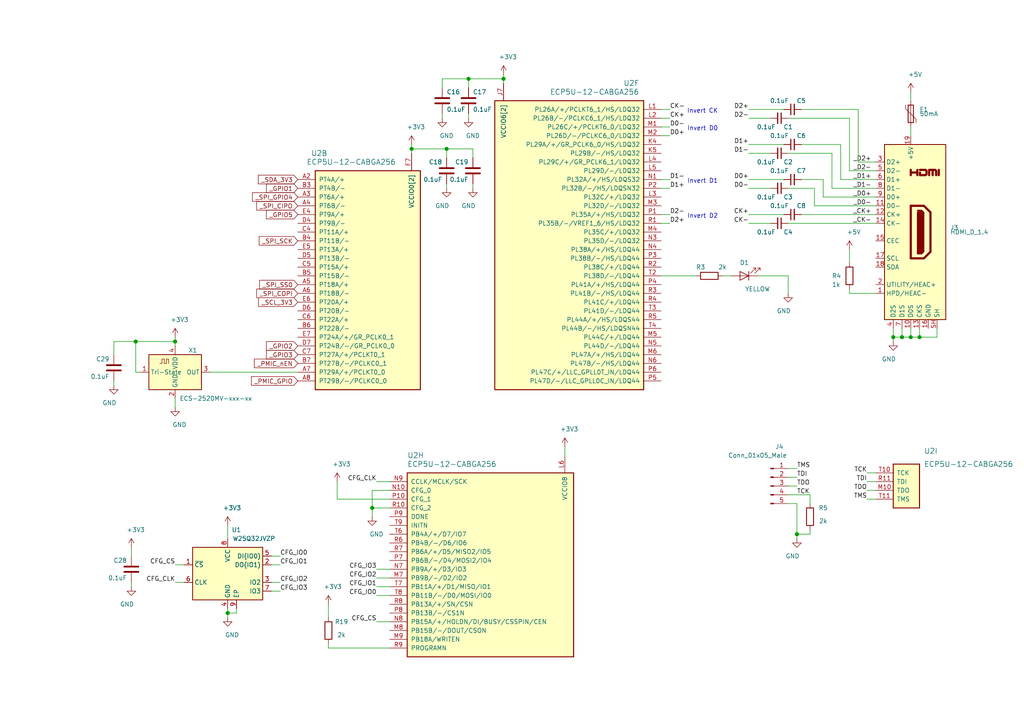
<source format=kicad_sch>
(kicad_sch (version 20201015) (generator eeschema)
  (page 1 4)
  (paper "A4")
  (title_block (title "Resonance") (date "2020-12-02") (rev "r1.0") (company "GsD : @gregdavill") (comment 1 "Digital video output addon from the card10"))
  (lib_symbols
    (symbol "Connector:Conn_01x05_Male" (pin_names (offset 1.016) hide)
      (property "Reference" "J" (at 0 7.62 0))
      (property "Value" "Conn_01x05_Male" (at 0 -7.62 0))
      (symbol "Conn_01x05_Male_1_1"
        (pin passive line (at 5.08 5.08 180) (length 3.81) (name "Pin_1") (number "1"))
        (pin passive line (at 5.08 2.54 180) (length 3.81) (name "Pin_2") (number "2"))
        (pin passive line (at 5.08 0 180) (length 3.81) (name "Pin_3") (number "3"))
        (pin passive line (at 5.08 -2.54 180) (length 3.81) (name "Pin_4") (number "4"))
        (pin passive line (at 5.08 -5.08 180) (length 3.81) (name "Pin_5") (number "5"))
      )
    )
    (symbol "Connector:HDMI_D_1.4"
      (property "Reference" "J" (at -6.35 26.67 0))
      (property "Value" "HDMI_D_1.4" (at 10.16 26.67 0))
      (symbol "HDMI_D_1.4_1_1"
        (pin passive line (at -10.16 -17.78 0) (length 2.54) (name "HPD/HEAC-") (number "1"))
        (pin power_in line (at 0 -27.94 90) (length 2.54) (name "D0S") (number "10"))
        (pin passive line (at -10.16 7.62 0) (length 2.54) (name "D0-") (number "11"))
        (pin passive line (at -10.16 5.08 0) (length 2.54) (name "CK+") (number "12"))
        (pin power_in line (at 2.54 -27.94 90) (length 2.54) (name "CKS") (number "13"))
        (pin passive line (at -10.16 2.54 0) (length 2.54) (name "CK-") (number "14"))
        (pin bidirectional line (at -10.16 -2.54 0) (length 2.54) (name "CEC") (number "15"))
        (pin power_in line (at 5.08 -27.94 90) (length 2.54) (name "GND") (number "16"))
        (pin passive line (at -10.16 -7.62 0) (length 2.54) (name "SCL") (number "17"))
        (pin bidirectional line (at -10.16 -10.16 0) (length 2.54) (name "SDA") (number "18"))
        (pin power_in line (at 0 27.94 270) (length 2.54) (name "+5V") (number "19"))
        (pin passive line (at -10.16 -15.24 0) (length 2.54) (name "UTILITY/HEAC+") (number "2"))
        (pin passive line (at -10.16 20.32 0) (length 2.54) (name "D2+") (number "3"))
        (pin power_in line (at -5.08 -27.94 90) (length 2.54) (name "D2S") (number "4"))
        (pin passive line (at -10.16 17.78 0) (length 2.54) (name "D2-") (number "5"))
        (pin passive line (at -10.16 15.24 0) (length 2.54) (name "D1+") (number "6"))
        (pin power_in line (at -2.54 -27.94 90) (length 2.54) (name "D1S") (number "7"))
        (pin passive line (at -10.16 12.7 0) (length 2.54) (name "D1-") (number "8"))
        (pin passive line (at -10.16 10.16 0) (length 2.54) (name "D0+") (number "9"))
        (pin passive line (at 7.62 -27.94 90) (length 2.54) (name "SH") (number "SH"))
      )
    )
    (symbol "Device:C" (pin_numbers hide) (pin_names (offset 0.254))
      (property "Reference" "C" (at 0.635 2.54 0))
      (property "Value" "C" (at 0.635 -2.54 0))
      (symbol "C_1_1"
        (pin passive line (at 0 3.81 270) (length 2.794) (name "~") (number "1"))
        (pin passive line (at 0 -3.81 90) (length 2.794) (name "~") (number "2"))
      )
    )
    (symbol "Device:C_Small" (pin_numbers hide) (pin_names (offset 0.254) hide)
      (property "Reference" "C" (at 0.254 1.778 0))
      (property "Value" "C_Small" (at 0.254 -2.032 0))
      (symbol "C_Small_1_1"
        (pin passive line (at 0 2.54 270) (length 2.032) (name "~") (number "1"))
        (pin passive line (at 0 -2.54 90) (length 2.032) (name "~") (number "2"))
      )
    )
    (symbol "Device:LED" (pin_numbers hide) (pin_names (offset 1.016) hide)
      (property "Reference" "D" (at 0 2.54 0))
      (property "Value" "LED" (at 0 -2.54 0))
      (symbol "LED_1_1"
        (pin passive line (at -3.81 0 0) (length 2.54) (name "K") (number "1"))
        (pin passive line (at 3.81 0 180) (length 2.54) (name "A") (number "2"))
      )
    )
    (symbol "Device:Polyfuse" (pin_numbers hide) (pin_names (offset 0))
      (property "Reference" "F" (at -2.54 0 90))
      (property "Value" "Polyfuse" (at 2.54 0 90))
      (symbol "Polyfuse_1_1"
        (pin passive line (at 0 3.81 270) (length 1.27) (name "~") (number "1"))
        (pin passive line (at 0 -3.81 90) (length 1.27) (name "~") (number "2"))
      )
    )
    (symbol "Device:R" (pin_numbers hide) (pin_names (offset 0))
      (property "Reference" "R" (at 2.032 0 90))
      (property "Value" "R" (at 0 0 90))
      (symbol "R_1_1"
        (pin passive line (at 0 3.81 270) (length 1.27) (name "~") (number "1"))
        (pin passive line (at 0 -3.81 90) (length 1.27) (name "~") (number "2"))
      )
    )
    (symbol "Memory_Flash:W25Q32JVZP"
      (property "Reference" "U" (at -8.89 8.89 0))
      (property "Value" "W25Q32JVZP" (at 7.62 8.89 0))
      (symbol "W25Q32JVZP_1_1"
        (pin input line (at -12.7 2.54 0) (length 2.54) (name "~CS") (number "1"))
        (pin bidirectional line (at 12.7 2.54 180) (length 2.54) (name "DO(IO1)") (number "2"))
        (pin bidirectional line (at 12.7 -2.54 180) (length 2.54) (name "IO2") (number "3"))
        (pin power_in line (at 0 -10.16 90) (length 2.54) (name "GND") (number "4"))
        (pin bidirectional line (at 12.7 5.08 180) (length 2.54) (name "DI(IO0)") (number "5"))
        (pin input line (at -12.7 -2.54 0) (length 2.54) (name "CLK") (number "6"))
        (pin bidirectional line (at 12.7 -5.08 180) (length 2.54) (name "IO3") (number "7"))
        (pin power_in line (at 0 10.16 270) (length 2.54) (name "VCC") (number "8"))
        (pin passive line (at 2.54 -10.16 90) (length 2.54) (name "EP") (number "9"))
      )
    )
    (symbol "Oscillator:ECS-2520MV-xxx-xx"
      (property "Reference" "X" (at -5.08 6.35 0))
      (property "Value" "ECS-2520MV-xxx-xx" (at 1.27 -6.35 0))
      (symbol "ECS-2520MV-xxx-xx_1_1"
        (pin input line (at -10.16 0 0) (length 2.54) (name "Tri-State") (number "1"))
        (pin power_in line (at 0 -7.62 90) (length 2.54) (name "GND") (number "2"))
        (pin output line (at 10.16 0 180) (length 2.54) (name "OUT") (number "3"))
        (pin power_in line (at 0 7.62 270) (length 2.54) (name "VDD") (number "4"))
      )
    )
    (symbol "gsd-kicad:ECP5U-12-CABGA256" (pin_names (offset 1.016))
      (property "Reference" "U" (at 3.81 6.35 0))
      (property "Value" "ECP5U-12-CABGA256" (at 3.81 3.81 0))
      (symbol "ECP5U-12-CABGA256_1_1"
        (pin power_in line (at 7.62 -15.24 90) (length 5.08) (name "GND[27]") (number "A16"))
        (pin power_in line (at 7.62 -15.24 90) (length 5.08) (name "GND[27]") (number "H16"))
        (pin power_in line (at 7.62 -15.24 90) (length 5.08) (name "GND[27]") (number "T16"))
        (pin power_in line (at 7.62 -15.24 90) (length 5.08) (name "GND[27]") (number "D15"))
        (pin power_in line (at 7.62 -15.24 90) (length 5.08) (name "GND[27]") (number "N15"))
        (pin power_in line (at 7.62 -15.24 90) (length 5.08) (name "GND[27]") (number "T12"))
        (pin power_in line (at 7.62 -15.24 90) (length 5.08) (name "GND[27]") (number "G10"))
        (pin power_in line (at 7.62 -15.24 90) (length 5.08) (name "GND[27]") (number "H10"))
        (pin power_in line (at 7.62 -15.24 90) (length 5.08) (name "GND[27]") (number "J10"))
        (pin power_in line (at 7.62 -15.24 90) (length 5.08) (name "GND[27]") (number "K10"))
        (pin power_in line (at 7.62 -15.24 90) (length 5.08) (name "GND[27]") (number "F9"))
        (pin power_in line (at 7.62 -15.24 90) (length 5.08) (name "GND[27]") (number "H9"))
        (pin power_in line (at 7.62 -15.24 90) (length 5.08) (name "GND[27]") (number "J9"))
        (pin power_in line (at 7.62 -15.24 90) (length 5.08) (name "GND[27]") (number "K9"))
        (pin power_in line (at 7.62 -15.24 90) (length 5.08) (name "GND[27]") (number "F8"))
        (pin power_in line (at 7.62 -15.24 90) (length 5.08) (name "GND[27]") (number "G8"))
        (pin power_in line (at 7.62 -15.24 90) (length 5.08) (name "GND[27]") (number "H8"))
        (pin power_in line (at 7.62 -15.24 90) (length 5.08) (name "GND[27]") (number "J8"))
        (pin power_in line (at 7.62 -15.24 90) (length 5.08) (name "GND[27]") (number "K8"))
        (pin power_in line (at 7.62 -15.24 90) (length 5.08) (name "GND[27]") (number "K7"))
        (pin power_in line (at 7.62 -15.24 90) (length 5.08) (name "GND[27]") (number "K6"))
        (pin power_in line (at 7.62 -15.24 90) (length 5.08) (name "GND[27]") (number "T5"))
        (pin power_in line (at 7.62 -15.24 90) (length 5.08) (name "GND[27]") (number "D2"))
        (pin power_in line (at 7.62 -15.24 90) (length 5.08) (name "GND[27]") (number "N2"))
        (pin power_in line (at 7.62 -15.24 90) (length 5.08) (name "GND[27]") (number "A1"))
        (pin power_in line (at 7.62 -15.24 90) (length 5.08) (name "GND[27]") (number "H1"))
        (pin power_in line (at 7.62 -15.24 90) (length 5.08) (name "GND[27]") (number "T1"))
        (pin power_in line (at 10.16 22.86 270) (length 5.08) (name "VCC[6]") (number "L10"))
        (pin power_in line (at 10.16 22.86 270) (length 5.08) (name "VCC[6]") (number "G9"))
        (pin power_in line (at 10.16 22.86 270) (length 5.08) (name "VCC[6]") (number "L9"))
        (pin power_in line (at 10.16 22.86 270) (length 5.08) (name "VCC[6]") (number "L8"))
        (pin power_in line (at 10.16 22.86 270) (length 5.08) (name "VCC[6]") (number "G7"))
        (pin power_in line (at 10.16 22.86 270) (length 5.08) (name "VCC[6]") (number "G6"))
        (pin power_in line (at 7.62 22.86 270) (length 5.08) (name "VCCAUX[2]") (number "G11"))
        (pin power_in line (at 7.62 22.86 270) (length 5.08) (name "VCCAUX[2]") (number "L7"))
      )
      (symbol "ECP5U-12-CABGA256_2_1"
        (pin bidirectional line (at 0 0 0) (length 5.08) (name "PT4A/+") (number "A2"))
        (pin bidirectional line (at 0 -2.54 0) (length 5.08) (name "PT4B/-") (number "B3"))
        (pin bidirectional line (at 0 -5.08 0) (length 5.08) (name "PT6A/+") (number "A3"))
        (pin bidirectional line (at 0 -7.62 0) (length 5.08) (name "PT6B/-") (number "A4"))
        (pin bidirectional line (at 0 -10.16 0) (length 5.08) (name "PT9A/+") (number "E4"))
        (pin bidirectional line (at 0 -12.7 0) (length 5.08) (name "PT9B/-") (number "D4"))
        (pin bidirectional line (at 0 -15.24 0) (length 5.08) (name "PT11A/+") (number "C4"))
        (pin bidirectional line (at 0 -17.78 0) (length 5.08) (name "PT11B/-") (number "B4"))
        (pin bidirectional line (at 0 -20.32 0) (length 5.08) (name "PT13A/+") (number "E5"))
        (pin bidirectional line (at 0 -22.86 0) (length 5.08) (name "PT13B/-") (number "D5"))
        (pin bidirectional line (at 0 -25.4 0) (length 5.08) (name "PT15A/+") (number "C5"))
        (pin bidirectional line (at 0 -27.94 0) (length 5.08) (name "PT15B/-") (number "B5"))
        (pin bidirectional line (at 0 -30.48 0) (length 5.08) (name "PT18A/+") (number "A5"))
        (pin bidirectional line (at 0 -33.02 0) (length 5.08) (name "PT18B/-") (number "A6"))
        (pin bidirectional line (at 0 -35.56 0) (length 5.08) (name "PT20A/+") (number "E6"))
        (pin bidirectional line (at 0 -38.1 0) (length 5.08) (name "PT20B/-") (number "D6"))
        (pin bidirectional line (at 0 -40.64 0) (length 5.08) (name "PT22A/+") (number "C6"))
        (pin bidirectional line (at 0 -43.18 0) (length 5.08) (name "PT22B/-") (number "B6"))
        (pin bidirectional line (at 0 -45.72 0) (length 5.08) (name "PT24A/+/GR_PCLK0_1") (number "E7"))
        (pin bidirectional line (at 0 -48.26 0) (length 5.08) (name "PT24B/-/GR_PCLK0_0") (number "D7"))
        (pin bidirectional line (at 0 -50.8 0) (length 5.08) (name "PT27A/+/PCLKT0_1") (number "C7"))
        (pin bidirectional line (at 0 -53.34 0) (length 5.08) (name "PT27B/-/PCLKC0_1") (number "B7"))
        (pin bidirectional line (at 0 -55.88 0) (length 5.08) (name "PT29A/+/PCLKT0_0") (number "A7"))
        (pin bidirectional line (at 0 -58.42 0) (length 5.08) (name "PT29B/-/PCLKC0_0") (number "A8"))
        (pin power_in line (at 33.02 7.62 270) (length 5.08) (name "VCCIO0[2]") (number "F7"))
        (pin power_in line (at 33.02 7.62 270) (length 5.08) (name "VCCIO0[2]") (number "F6"))
      )
      (symbol "ECP5U-12-CABGA256_3_1"
        (pin bidirectional line (at 0 0 0) (length 5.08) (name "PT33A/+/PCLKT1_1") (number "E8"))
        (pin bidirectional line (at 0 -2.54 0) (length 5.08) (name "PT33B/-/PCLKC1_1") (number "D8"))
        (pin bidirectional line (at 0 -5.08 0) (length 5.08) (name "PT35A/+/PCLKT1_0") (number "C8"))
        (pin bidirectional line (at 0 -7.62 0) (length 5.08) (name "PT35B/-/PCLKC1_0") (number "B8"))
        (pin bidirectional line (at 0 -10.16 0) (length 5.08) (name "PT38A/+/GR_PCLK1_0") (number "B9"))
        (pin bidirectional line (at 0 -12.7 0) (length 5.08) (name "PT38B/-/GR_PCLK1_1") (number "C9"))
        (pin bidirectional line (at 0 -15.24 0) (length 5.08) (name "PT40A/+") (number "D9"))
        (pin bidirectional line (at 0 -17.78 0) (length 5.08) (name "PT40B/-") (number "E9"))
        (pin bidirectional line (at 0 -20.32 0) (length 5.08) (name "PT42A/+") (number "A9"))
        (pin bidirectional line (at 0 -22.86 0) (length 5.08) (name "PT42B/-") (number "A10"))
        (pin bidirectional line (at 0 -25.4 0) (length 5.08) (name "PT44A/+") (number "B10"))
        (pin bidirectional line (at 0 -27.94 0) (length 5.08) (name "PT44B/-") (number "C10"))
        (pin bidirectional line (at 0 -30.48 0) (length 5.08) (name "PT47A/+") (number "D10"))
        (pin bidirectional line (at 0 -33.02 0) (length 5.08) (name "PT47B/-") (number "E10"))
        (pin bidirectional line (at 0 -35.56 0) (length 5.08) (name "PT49A/+") (number "B11"))
        (pin bidirectional line (at 0 -38.1 0) (length 5.08) (name "PT49B/-") (number "C11"))
        (pin bidirectional line (at 0 -40.64 0) (length 5.08) (name "PT51A/+") (number "D11"))
        (pin bidirectional line (at 0 -43.18 0) (length 5.08) (name "PT51B/-") (number "E11"))
        (pin bidirectional line (at 0 -45.72 0) (length 5.08) (name "PT53A/+") (number "A11"))
        (pin bidirectional line (at 0 -48.26 0) (length 5.08) (name "PT53B/-") (number "A12"))
        (pin bidirectional line (at 0 -50.8 0) (length 5.08) (name "PT56A/+") (number "B12"))
        (pin bidirectional line (at 0 -53.34 0) (length 5.08) (name "PT56B/-") (number "C12"))
        (pin bidirectional line (at 0 -55.88 0) (length 5.08) (name "PT58A/+") (number "D12"))
        (pin bidirectional line (at 0 -58.42 0) (length 5.08) (name "PT58B/-") (number "E12"))
        (pin bidirectional line (at 0 -60.96 0) (length 5.08) (name "PT60A/+") (number "B13"))
        (pin bidirectional line (at 0 -63.5 0) (length 5.08) (name "PT60B/-") (number "C13"))
        (pin bidirectional line (at 0 -66.04 0) (length 5.08) (name "PT62A/+") (number "D13"))
        (pin bidirectional line (at 0 -68.58 0) (length 5.08) (name "PT62B/-") (number "E13"))
        (pin bidirectional line (at 0 -71.12 0) (length 5.08) (name "PT65A/+") (number "A13"))
        (pin bidirectional line (at 0 -73.66 0) (length 5.08) (name "PT65B/-") (number "A14"))
        (pin bidirectional line (at 0 -76.2 0) (length 5.08) (name "PT67A/+") (number "B14"))
        (pin bidirectional line (at 0 -78.74 0) (length 5.08) (name "PT67B/-") (number "A15"))
        (pin power_in line (at 33.02 7.62 270) (length 5.08) (name "VCCIO1[2]") (number "F11"))
        (pin power_in line (at 33.02 7.62 270) (length 5.08) (name "VCCIO1[2]") (number "F10"))
      )
      (symbol "ECP5U-12-CABGA256_4_1"
        (pin bidirectional line (at 0 0 0) (length 5.08) (name "PR2A/+/HS/RDQ8") (number "B16"))
        (pin bidirectional line (at 0 -2.54 0) (length 5.08) (name "PR2B/-/S0_IN/HS/RDQ8") (number "B15"))
        (pin bidirectional line (at 0 -5.08 0) (length 5.08) (name "PR2C/+/RDQ8") (number "C14"))
        (pin bidirectional line (at 0 -7.62 0) (length 5.08) (name "PR2D/-/RDQ8") (number "D14"))
        (pin bidirectional line (at 0 -10.16 0) (length 5.08) (name "PR5A/+/HS/RDQ8") (number "C16"))
        (pin bidirectional line (at 0 -12.7 0) (length 5.08) (name "PR5B/-/HS/RDQ8") (number "C15"))
        (pin bidirectional line (at 0 -15.24 0) (length 5.08) (name "PR5C/+/RDQ8") (number "E14"))
        (pin bidirectional line (at 0 -17.78 0) (length 5.08) (name "PR5D/-/RDQ8") (number "F14"))
        (pin bidirectional line (at 0 -20.32 0) (length 5.08) (name "PR8A/+/HS/RDQS8") (number "D16"))
        (pin bidirectional line (at 0 -22.86 0) (length 5.08) (name "PR8B/-/HS/RDQSN8") (number "E15"))
        (pin bidirectional line (at 0 -25.4 0) (length 5.08) (name "PR8C/+/RDQ8") (number "F13"))
        (pin bidirectional line (at 0 -27.94 0) (length 5.08) (name "PR8D/-/RDQ8") (number "F12"))
        (pin bidirectional line (at 0 -30.48 0) (length 5.08) (name "PR11A/+/HS/RDQ8") (number "G12"))
        (pin bidirectional line (at 0 -33.02 0) (length 5.08) (name "PR11B/-/HS/RDQ8") (number "G13"))
        (pin bidirectional line (at 0 -35.56 0) (length 5.08) (name "PR11C/+/RDQ8") (number "F15"))
        (pin bidirectional line (at 0 -38.1 0) (length 5.08) (name "PR11D/-/RDQ8") (number "E16"))
        (pin bidirectional line (at 0 -40.64 0) (length 5.08) (name "PR14A/+/HS/RDQ20") (number "F16"))
        (pin bidirectional line (at 0 -43.18 0) (length 5.08) (name "PR14B/-/HS/RDQ20") (number "G15"))
        (pin bidirectional line (at 0 -45.72 0) (length 5.08) (name "PR14C/+/VREF1_2/RDQ20") (number "G14"))
        (pin bidirectional line (at 0 -48.26 0) (length 5.08) (name "PR14D/-/RDQ20") (number "H14"))
        (pin bidirectional line (at 0 -50.8 0) (length 5.08) (name "PR17A/+/HS/RDQ20") (number "H12"))
        (pin bidirectional line (at 0 -53.34 0) (length 5.08) (name "PR17B/-/HS/RDQ20") (number "H13"))
        (pin bidirectional line (at 0 -55.88 0) (length 5.08) (name "PR17C/+/RDQ20") (number "J13"))
        (pin bidirectional line (at 0 -58.42 0) (length 5.08) (name "PR17D/-/RDQ20") (number "J12"))
        (pin bidirectional line (at 0 -60.96 0) (length 5.08) (name "PR20A/+/GR_PCLK2_1/HS/RDQS20") (number "G16"))
        (pin bidirectional line (at 0 -63.5 0) (length 5.08) (name "PR20B/-/HS/RDQSN20") (number "H15"))
        (pin bidirectional line (at 0 -66.04 0) (length 5.08) (name "PR20C/+/GR_PCLK2_0/RDQ20") (number "J14"))
        (pin bidirectional line (at 0 -68.58 0) (length 5.08) (name "PR20D/-/RDQ20") (number "K14"))
        (pin bidirectional line (at 0 -71.12 0) (length 5.08) (name "PR23A/+/PCLKT2_1/HS/RDQ20") (number "J16"))
        (pin bidirectional line (at 0 -73.66 0) (length 5.08) (name "PR23B/-/PCLKC2_1/HS/RDQ20") (number "J15"))
        (pin bidirectional line (at 0 -76.2 0) (length 5.08) (name "PR23C/+/PCLKT2_0/RDQ20") (number "K16"))
        (pin bidirectional line (at 0 -78.74 0) (length 5.08) (name "PR23D/-/PCLKC2_0/RDQ20") (number "K15"))
        (pin power_in line (at 45.72 7.62 270) (length 5.08) (name "VCCIO2[2]") (number "H11"))
        (pin power_in line (at 45.72 7.62 270) (length 5.08) (name "VCCIO2[2]") (number "J11"))
      )
      (symbol "ECP5U-12-CABGA256_5_1"
        (pin bidirectional line (at 0 0 0) (length 5.08) (name "PR26A/+/PCLKT3_1/HS/RDQ32") (number "L16"))
        (pin bidirectional line (at 0 -2.54 0) (length 5.08) (name "PR26B/-/PCLKC3_1/HS/RDQ32") (number "L15"))
        (pin bidirectional line (at 0 -5.08 0) (length 5.08) (name "PR26C/+/PCLKT3_0/RDQ32") (number "M16"))
        (pin bidirectional line (at 0 -7.62 0) (length 5.08) (name "PR26D/-/PCLKC3_0/RDQ32") (number "M15"))
        (pin bidirectional line (at 0 -10.16 0) (length 5.08) (name "PR29A/+/GR_PCLK3_0/HS/RDQ32") (number "K13"))
        (pin bidirectional line (at 0 -12.7 0) (length 5.08) (name "PR29B/-/HS/RDQ32") (number "K12"))
        (pin bidirectional line (at 0 -15.24 0) (length 5.08) (name "PR29C/+/GR_PCLK3_1/RDQ32") (number "L13"))
        (pin bidirectional line (at 0 -17.78 0) (length 5.08) (name "PR29D/-/RDQ32") (number "L12"))
        (pin bidirectional line (at 0 -20.32 0) (length 5.08) (name "PR32A/+/HS/RDQS32") (number "N16"))
        (pin bidirectional line (at 0 -22.86 0) (length 5.08) (name "PR32B/-/HS/RDQSN32") (number "P15"))
        (pin bidirectional line (at 0 -25.4 0) (length 5.08) (name "PR32C/+/RDQ32") (number "L14"))
        (pin bidirectional line (at 0 -27.94 0) (length 5.08) (name "PR32D/-/RDQ32") (number "M14"))
        (pin bidirectional line (at 0 -30.48 0) (length 5.08) (name "PR35A/+/HS/RDQ32") (number "P16"))
        (pin bidirectional line (at 0 -33.02 0) (length 5.08) (name "PR35B/-/VREF1_3/HS/RDQ32") (number "R16"))
        (pin bidirectional line (at 0 -35.56 0) (length 5.08) (name "PR35C/+/RDQ32") (number "M13"))
        (pin bidirectional line (at 0 -38.1 0) (length 5.08) (name "PR35D/-/RDQ32") (number "N14"))
        (pin bidirectional line (at 0 -40.64 0) (length 5.08) (name "PR38A/+/HS/RDQ44") (number "N13"))
        (pin bidirectional line (at 0 -43.18 0) (length 5.08) (name "PR38B/-/HS/RDQ44") (number "P14"))
        (pin bidirectional line (at 0 -45.72 0) (length 5.08) (name "PR38C/+/RDQ44") (number "R15"))
        (pin bidirectional line (at 0 -48.26 0) (length 5.08) (name "PR38D/-/RDQ44") (number "T15"))
        (pin bidirectional line (at 0 -50.8 0) (length 5.08) (name "PR41A/+/HS/RDQ44") (number "P13"))
        (pin bidirectional line (at 0 -53.34 0) (length 5.08) (name "PR41B/-/HS/RDQ44") (number "R14"))
        (pin bidirectional line (at 0 -55.88 0) (length 5.08) (name "PR41C/+/RDQ44") (number "R13"))
        (pin bidirectional line (at 0 -58.42 0) (length 5.08) (name "PR41D/-/RDQ44") (number "T14"))
        (pin bidirectional line (at 0 -60.96 0) (length 5.08) (name "PR44A/+/HS/RDQS44") (number "R12"))
        (pin bidirectional line (at 0 -63.5 0) (length 5.08) (name "PR44B/-/HS/RDQSN44") (number "T13"))
        (pin bidirectional line (at 0 -66.04 0) (length 5.08) (name "PR44C/+/RDQ44") (number "M12"))
        (pin bidirectional line (at 0 -68.58 0) (length 5.08) (name "PR44D/-/RDQ44") (number "N12"))
        (pin bidirectional line (at 0 -71.12 0) (length 5.08) (name "PR47A/+/HS/RDQ44") (number "M11"))
        (pin bidirectional line (at 0 -73.66 0) (length 5.08) (name "PR47B/-/HS/RDQ44") (number "N11"))
        (pin bidirectional line (at 0 -76.2 0) (length 5.08) (name "PR47C/+/LRC_GPLL0T_IN/RDQ44") (number "P11"))
        (pin bidirectional line (at 0 -78.74 0) (length 5.08) (name "PR47D/-/LRC_GPLL0C_IN/RDQ44") (number "P12"))
        (pin power_in line (at 45.72 7.62 270) (length 5.08) (name "VCCIO3[2]") (number "K11"))
        (pin power_in line (at 45.72 7.62 270) (length 5.08) (name "VCCIO3[2]") (number "L11"))
      )
      (symbol "ECP5U-12-CABGA256_6_1"
        (pin bidirectional line (at 0 0 0) (length 5.08) (name "PL26A/+/PCLKT6_1/HS/LDQ32") (number "L1"))
        (pin bidirectional line (at 0 -2.54 0) (length 5.08) (name "PL26B/-/PCLKC6_1/HS/LDQ32") (number "L2"))
        (pin bidirectional line (at 0 -5.08 0) (length 5.08) (name "PL26C/+/PCLKT6_0/LDQ32") (number "M1"))
        (pin bidirectional line (at 0 -7.62 0) (length 5.08) (name "PL26D/-/PCLKC6_0/LDQ32") (number "M2"))
        (pin bidirectional line (at 0 -10.16 0) (length 5.08) (name "PL29A/+/GR_PCLK6_0/HS/LDQ32") (number "K4"))
        (pin bidirectional line (at 0 -12.7 0) (length 5.08) (name "PL29B/-/HS/LDQ32") (number "K5"))
        (pin bidirectional line (at 0 -15.24 0) (length 5.08) (name "PL29C/+/GR_PCLK6_1/LDQ32") (number "L4"))
        (pin bidirectional line (at 0 -17.78 0) (length 5.08) (name "PL29D/-/LDQ32") (number "L5"))
        (pin bidirectional line (at 0 -20.32 0) (length 5.08) (name "PL32A/+/HS/LDQS32") (number "N1"))
        (pin bidirectional line (at 0 -22.86 0) (length 5.08) (name "PL32B/-/HS/LDQSN32") (number "P2"))
        (pin bidirectional line (at 0 -25.4 0) (length 5.08) (name "PL32C/+/LDQ32") (number "L3"))
        (pin bidirectional line (at 0 -27.94 0) (length 5.08) (name "PL32D/-/LDQ32") (number "M3"))
        (pin bidirectional line (at 0 -30.48 0) (length 5.08) (name "PL35A/+/HS/LDQ32") (number "P1"))
        (pin bidirectional line (at 0 -33.02 0) (length 5.08) (name "PL35B/-/VREF1_6/HS/LDQ32") (number "R1"))
        (pin bidirectional line (at 0 -35.56 0) (length 5.08) (name "PL35C/+/LDQ32") (number "M4"))
        (pin bidirectional line (at 0 -38.1 0) (length 5.08) (name "PL35D/-/LDQ32") (number "N3"))
        (pin bidirectional line (at 0 -40.64 0) (length 5.08) (name "PL38A/+/HS/LDQ44") (number "N4"))
        (pin bidirectional line (at 0 -43.18 0) (length 5.08) (name "PL38B/-/HS/LDQ44") (number "P3"))
        (pin bidirectional line (at 0 -45.72 0) (length 5.08) (name "PL38C/+/LDQ44") (number "R2"))
        (pin bidirectional line (at 0 -48.26 0) (length 5.08) (name "PL38D/-/LDQ44") (number "T2"))
        (pin bidirectional line (at 0 -50.8 0) (length 5.08) (name "PL41A/+/HS/LDQ44") (number "P4"))
        (pin bidirectional line (at 0 -53.34 0) (length 5.08) (name "PL41B/-/HS/LDQ44") (number "R3"))
        (pin bidirectional line (at 0 -55.88 0) (length 5.08) (name "PL41C/+/LDQ44") (number "R4"))
        (pin bidirectional line (at 0 -58.42 0) (length 5.08) (name "PL41D/-/LDQ44") (number "T3"))
        (pin bidirectional line (at 0 -60.96 0) (length 5.08) (name "PL44A/+/HS/LDQS44") (number "R5"))
        (pin bidirectional line (at 0 -63.5 0) (length 5.08) (name "PL44B/-/HS/LDQSN44") (number "T4"))
        (pin bidirectional line (at 0 -66.04 0) (length 5.08) (name "PL44C/+/LDQ44") (number "M5"))
        (pin bidirectional line (at 0 -68.58 0) (length 5.08) (name "PL44D/-/LDQ44") (number "N5"))
        (pin bidirectional line (at 0 -71.12 0) (length 5.08) (name "PL47A/+/HS/LDQ44") (number "M6"))
        (pin bidirectional line (at 0 -73.66 0) (length 5.08) (name "PL47B/-/HS/LDQ44") (number "N6"))
        (pin bidirectional line (at 0 -76.2 0) (length 5.08) (name "PL47C/+/LLC_GPLL0T_IN/LDQ44") (number "P6"))
        (pin bidirectional line (at 0 -78.74 0) (length 5.08) (name "PL47D/-/LLC_GPLL0C_IN/LDQ44") (number "P5"))
        (pin power_in line (at 45.72 7.62 270) (length 5.08) (name "VCCIO6[2]") (number "J7"))
        (pin power_in line (at 45.72 7.62 270) (length 5.08) (name "VCCIO6[2]") (number "J6"))
      )
      (symbol "ECP5U-12-CABGA256_7_1"
        (pin bidirectional line (at 0 0 0) (length 5.08) (name "PL2A/+/HS/LDQ8") (number "B1"))
        (pin bidirectional line (at 0 -2.54 0) (length 5.08) (name "PL2B/-/HS/LDQ8") (number "B2"))
        (pin bidirectional line (at 0 -5.08 0) (length 5.08) (name "PL2C/+/LDQ8") (number "C3"))
        (pin bidirectional line (at 0 -7.62 0) (length 5.08) (name "PL2D/-/LDQ8") (number "D3"))
        (pin bidirectional line (at 0 -10.16 0) (length 5.08) (name "PL5A/+/HS/LDQ8") (number "C1"))
        (pin bidirectional line (at 0 -12.7 0) (length 5.08) (name "PL5B/-/HS/LDQ8") (number "C2"))
        (pin bidirectional line (at 0 -15.24 0) (length 5.08) (name "PL5C/+/LDQ8") (number "E3"))
        (pin bidirectional line (at 0 -17.78 0) (length 5.08) (name "PL5D/-/LDQ8") (number "F3"))
        (pin bidirectional line (at 0 -20.32 0) (length 5.08) (name "PL8A/+/HS/LDQS8") (number "D1"))
        (pin bidirectional line (at 0 -22.86 0) (length 5.08) (name "PL8B/-/HS/LDQSN8") (number "E2"))
        (pin bidirectional line (at 0 -25.4 0) (length 5.08) (name "PL8C/+/LDQ8") (number "F4"))
        (pin bidirectional line (at 0 -27.94 0) (length 5.08) (name "PL8D/-/LDQ8") (number "F5"))
        (pin bidirectional line (at 0 -30.48 0) (length 5.08) (name "PL11A/+/HS/LDQ8") (number "G5"))
        (pin bidirectional line (at 0 -33.02 0) (length 5.08) (name "PL11B/-/HS/LDQ8") (number "G4"))
        (pin bidirectional line (at 0 -35.56 0) (length 5.08) (name "PL11C/+/LDQ8") (number "F2"))
        (pin bidirectional line (at 0 -38.1 0) (length 5.08) (name "PL11D/-/LDQ8") (number "E1"))
        (pin bidirectional line (at 0 -40.64 0) (length 5.08) (name "PL14A/+/HS/LDQ20") (number "F1"))
        (pin bidirectional line (at 0 -43.18 0) (length 5.08) (name "PL14B/-/HS/LDQ20") (number "G2"))
        (pin bidirectional line (at 0 -45.72 0) (length 5.08) (name "PL14C/+/VREF1_7/LDQ20") (number "G3"))
        (pin bidirectional line (at 0 -48.26 0) (length 5.08) (name "PL14D/-/LDQ20") (number "H3"))
        (pin bidirectional line (at 0 -50.8 0) (length 5.08) (name "PL17A/+/HS/LDQ20") (number "H5"))
        (pin bidirectional line (at 0 -53.34 0) (length 5.08) (name "PL17B/-/HS/LDQ20") (number "H4"))
        (pin bidirectional line (at 0 -55.88 0) (length 5.08) (name "PL17C/+/LDQ20") (number "J4"))
        (pin bidirectional line (at 0 -58.42 0) (length 5.08) (name "PL17D/-/LDQ20") (number "J5"))
        (pin bidirectional line (at 0 -60.96 0) (length 5.08) (name "PL20A/+/GR_PCLK7_1/HS/LDQS20") (number "G1"))
        (pin bidirectional line (at 0 -63.5 0) (length 5.08) (name "PL20B/-/HS/LDQSN20") (number "H2"))
        (pin bidirectional line (at 0 -66.04 0) (length 5.08) (name "PL20C/+/GR_PCLK7_0/LDQ20") (number "J3"))
        (pin bidirectional line (at 0 -68.58 0) (length 5.08) (name "PL20D/-/LDQ20") (number "K3"))
        (pin bidirectional line (at 0 -71.12 0) (length 5.08) (name "PL23A/+/PCLKT7_1/HS/LDQ20") (number "J1"))
        (pin bidirectional line (at 0 -73.66 0) (length 5.08) (name "PL23B/-/PCLKC7_1/HS/LDQ20") (number "J2"))
        (pin bidirectional line (at 0 -76.2 0) (length 5.08) (name "PL23C/+/PCLKT7_0/LDQ20") (number "K1"))
        (pin bidirectional line (at 0 -78.74 0) (length 5.08) (name "PL23D/-/PCLKC7_0/LDQ20") (number "K2"))
        (pin power_in line (at 45.72 7.62 270) (length 5.08) (name "VCCIO7[2]") (number "H7"))
        (pin power_in line (at 45.72 7.62 270) (length 5.08) (name "VCCIO7[2]") (number "H6"))
      )
      (symbol "ECP5U-12-CABGA256_8_1"
        (pin bidirectional line (at 0 0 0) (length 5.08) (name "CCLK/MCLK/SCK") (number "N9"))
        (pin bidirectional line (at 0 -2.54 0) (length 5.08) (name "CFG_0") (number "N10"))
        (pin bidirectional line (at 0 -5.08 0) (length 5.08) (name "CFG_1") (number "P10"))
        (pin bidirectional line (at 0 -7.62 0) (length 5.08) (name "CFG_2") (number "R10"))
        (pin bidirectional line (at 0 -10.16 0) (length 5.08) (name "DONE") (number "P9"))
        (pin bidirectional line (at 0 -12.7 0) (length 5.08) (name "INITN") (number "T9"))
        (pin bidirectional line (at 0 -15.24 0) (length 5.08) (name "PB4A/+/D7/IO7") (number "T6"))
        (pin bidirectional line (at 0 -17.78 0) (length 5.08) (name "PB4B/-/D6/IO6") (number "R6"))
        (pin bidirectional line (at 0 -20.32 0) (length 5.08) (name "PB6A/+/D5/MISO2/IO5") (number "R7"))
        (pin bidirectional line (at 0 -22.86 0) (length 5.08) (name "PB6B/-/D4/MOSI2/IO4") (number "P7"))
        (pin bidirectional line (at 0 -25.4 0) (length 5.08) (name "PB9A/+/D3/IO3") (number "N7"))
        (pin bidirectional line (at 0 -27.94 0) (length 5.08) (name "PB9B/-/D2/IO2") (number "M7"))
        (pin bidirectional line (at 0 -30.48 0) (length 5.08) (name "PB11A/+/D1/MISO/IO1") (number "T7"))
        (pin bidirectional line (at 0 -33.02 0) (length 5.08) (name "PB11B/-/D0/MOSI/IO0") (number "T8"))
        (pin bidirectional line (at 0 -35.56 0) (length 5.08) (name "PB13A/+/SN/CSN") (number "R8"))
        (pin bidirectional line (at 0 -38.1 0) (length 5.08) (name "PB13B/-/CS1N") (number "P8"))
        (pin bidirectional line (at 0 -40.64 0) (length 5.08) (name "PB15A/+/HOLDN/DI/BUSY/CSSPIN/CEN") (number "N8"))
        (pin bidirectional line (at 0 -43.18 0) (length 5.08) (name "PB15B/-/DOUT/CSON") (number "M8"))
        (pin bidirectional line (at 0 -45.72 0) (length 5.08) (name "PB18A/WRITEN") (number "M9"))
        (pin bidirectional line (at 0 -48.26 0) (length 5.08) (name "PROGRAMN") (number "R9"))
        (pin power_in line (at 50.8 7.62 270) (length 5.08) (name "VCCIO8") (number "L6"))
      )
      (symbol "ECP5U-12-CABGA256_9_1"
        (pin bidirectional line (at 0 0 0) (length 5.08) (name "TCK") (number "T10"))
        (pin bidirectional line (at 0 -2.54 0) (length 5.08) (name "TDI") (number "R11"))
        (pin bidirectional line (at 0 -5.08 0) (length 5.08) (name "TDO") (number "M10"))
        (pin bidirectional line (at 0 -7.62 0) (length 5.08) (name "TMS") (number "T11"))
      )
    )
    (symbol "power:+3V3" (power) (pin_names (offset 0))
      (property "Value" "+3V3" (at 0 3.556 0))
      (symbol "+3V3_1_1"
        (pin power_in line (at 0 0 90) (length 0) hide (name "+3V3") (number "1"))
      )
    )
    (symbol "power:+5V" (power) (pin_names (offset 0))
      (property "Value" "+5V" (at 0 3.556 0))
      (symbol "+5V_1_1"
        (pin power_in line (at 0 0 90) (length 0) hide (name "+5V") (number "1"))
      )
    )
    (symbol "power:GND" (power) (pin_names (offset 0))
      (property "Value" "GND" (at 0 -3.81 0))
      (symbol "GND_1_1"
        (pin power_in line (at 0 0 270) (length 0) hide (name "GND") (number "1"))
      )
    )
  )
  (junction (at 39.37 99.06) (diameter 1.016))
  (junction (at 50.8 99.06) (diameter 1.016))
  (junction (at 66.04 177.8) (diameter 1.016))
  (junction (at 107.95 147.32) (diameter 1.016))
  (junction (at 119.38 43.18) (diameter 1.016))
  (junction (at 129.54 43.18) (diameter 1.016))
  (junction (at 135.89 22.86) (diameter 1.016))
  (junction (at 146.05 22.86) (diameter 1.016))
  (junction (at 231.14 154.94) (diameter 1.016))
  (junction (at 259.08 97.79) (diameter 1.016))
  (junction (at 261.62 97.79) (diameter 1.016))
  (junction (at 264.16 97.79) (diameter 1.016))
  (junction (at 266.7 97.79) (diameter 1.016))
  (wire (pts (xy 33.02 99.06) (xy 33.02 102.87)))
  (wire (pts (xy 33.02 99.06) (xy 39.37 99.06)))
  (wire (pts (xy 33.02 110.49) (xy 33.02 111.76)))
  (wire (pts (xy 38.1 161.29) (xy 38.1 158.75)))
  (wire (pts (xy 38.1 168.91) (xy 38.1 170.18)))
  (wire (pts (xy 39.37 99.06) (xy 50.8 99.06)))
  (wire (pts (xy 39.37 107.95) (xy 39.37 99.06)))
  (wire (pts (xy 40.64 107.95) (xy 39.37 107.95)))
  (wire (pts (xy 50.8 97.79) (xy 50.8 99.06)))
  (wire (pts (xy 50.8 99.06) (xy 50.8 100.33)))
  (wire (pts (xy 50.8 115.57) (xy 50.8 118.11)))
  (wire (pts (xy 50.8 163.83) (xy 53.34 163.83)))
  (wire (pts (xy 50.8 168.91) (xy 53.34 168.91)))
  (wire (pts (xy 60.96 107.95) (xy 86.36 107.95)))
  (wire (pts (xy 66.04 152.4) (xy 66.04 156.21)))
  (wire (pts (xy 66.04 176.53) (xy 66.04 177.8)))
  (wire (pts (xy 66.04 177.8) (xy 66.04 179.07)))
  (wire (pts (xy 68.58 176.53) (xy 68.58 177.8)))
  (wire (pts (xy 68.58 177.8) (xy 66.04 177.8)))
  (wire (pts (xy 78.74 161.29) (xy 81.28 161.29)))
  (wire (pts (xy 78.74 163.83) (xy 81.28 163.83)))
  (wire (pts (xy 78.74 168.91) (xy 81.28 168.91)))
  (wire (pts (xy 78.74 171.45) (xy 81.28 171.45)))
  (wire (pts (xy 95.25 175.26) (xy 95.25 179.07)))
  (wire (pts (xy 95.25 187.96) (xy 95.25 186.69)))
  (wire (pts (xy 97.79 139.7) (xy 97.79 144.78)))
  (wire (pts (xy 107.95 142.24) (xy 107.95 147.32)))
  (wire (pts (xy 107.95 147.32) (xy 107.95 149.86)))
  (wire (pts (xy 107.95 147.32) (xy 113.03 147.32)))
  (wire (pts (xy 109.22 139.7) (xy 113.03 139.7)))
  (wire (pts (xy 109.22 165.1) (xy 113.03 165.1)))
  (wire (pts (xy 109.22 167.64) (xy 113.03 167.64)))
  (wire (pts (xy 109.22 170.18) (xy 113.03 170.18)))
  (wire (pts (xy 109.22 172.72) (xy 113.03 172.72)))
  (wire (pts (xy 109.22 180.34) (xy 113.03 180.34)))
  (wire (pts (xy 113.03 142.24) (xy 107.95 142.24)))
  (wire (pts (xy 113.03 144.78) (xy 97.79 144.78)))
  (wire (pts (xy 113.03 187.96) (xy 95.25 187.96)))
  (wire (pts (xy 119.38 41.91) (xy 119.38 43.18)))
  (wire (pts (xy 119.38 43.18) (xy 119.38 44.45)))
  (wire (pts (xy 128.27 22.86) (xy 135.89 22.86)))
  (wire (pts (xy 128.27 25.4) (xy 128.27 22.86)))
  (wire (pts (xy 128.27 33.02) (xy 128.27 34.29)))
  (wire (pts (xy 129.54 43.18) (xy 119.38 43.18)))
  (wire (pts (xy 129.54 45.72) (xy 129.54 43.18)))
  (wire (pts (xy 129.54 53.34) (xy 129.54 54.61)))
  (wire (pts (xy 135.89 22.86) (xy 146.05 22.86)))
  (wire (pts (xy 135.89 25.4) (xy 135.89 22.86)))
  (wire (pts (xy 135.89 33.02) (xy 135.89 34.29)))
  (wire (pts (xy 137.16 43.18) (xy 129.54 43.18)))
  (wire (pts (xy 137.16 45.72) (xy 137.16 43.18)))
  (wire (pts (xy 137.16 53.34) (xy 137.16 54.61)))
  (wire (pts (xy 146.05 21.59) (xy 146.05 22.86)))
  (wire (pts (xy 146.05 22.86) (xy 146.05 24.13)))
  (wire (pts (xy 163.83 129.54) (xy 163.83 132.08)))
  (wire (pts (xy 191.77 31.75) (xy 194.31 31.75)))
  (wire (pts (xy 191.77 34.29) (xy 194.31 34.29)))
  (wire (pts (xy 191.77 36.83) (xy 194.31 36.83)))
  (wire (pts (xy 191.77 39.37) (xy 194.31 39.37)))
  (wire (pts (xy 191.77 52.07) (xy 194.31 52.07)))
  (wire (pts (xy 191.77 54.61) (xy 194.31 54.61)))
  (wire (pts (xy 191.77 62.23) (xy 194.31 62.23)))
  (wire (pts (xy 191.77 64.77) (xy 194.31 64.77)))
  (wire (pts (xy 191.77 80.01) (xy 201.93 80.01)))
  (wire (pts (xy 209.55 80.01) (xy 212.09 80.01)))
  (wire (pts (xy 219.71 80.01) (xy 228.6 80.01)))
  (wire (pts (xy 223.52 34.29) (xy 217.17 34.29)))
  (wire (pts (xy 223.52 44.45) (xy 217.17 44.45)))
  (wire (pts (xy 223.52 54.61) (xy 217.17 54.61)))
  (wire (pts (xy 223.52 64.77) (xy 217.17 64.77)))
  (wire (pts (xy 227.33 31.75) (xy 217.17 31.75)))
  (wire (pts (xy 227.33 41.91) (xy 217.17 41.91)))
  (wire (pts (xy 227.33 52.07) (xy 217.17 52.07)))
  (wire (pts (xy 227.33 62.23) (xy 217.17 62.23)))
  (wire (pts (xy 228.6 34.29) (xy 246.38 34.29)))
  (wire (pts (xy 228.6 44.45) (xy 241.3 44.45)))
  (wire (pts (xy 228.6 54.61) (xy 236.22 54.61)))
  (wire (pts (xy 228.6 64.77) (xy 254 64.77)))
  (wire (pts (xy 228.6 80.01) (xy 228.6 85.09)))
  (wire (pts (xy 228.6 143.51) (xy 234.95 143.51)))
  (wire (pts (xy 228.6 146.05) (xy 231.14 146.05)))
  (wire (pts (xy 231.14 135.89) (xy 228.6 135.89)))
  (wire (pts (xy 231.14 138.43) (xy 228.6 138.43)))
  (wire (pts (xy 231.14 140.97) (xy 228.6 140.97)))
  (wire (pts (xy 231.14 146.05) (xy 231.14 154.94)))
  (wire (pts (xy 231.14 154.94) (xy 231.14 156.21)))
  (wire (pts (xy 231.14 154.94) (xy 234.95 154.94)))
  (wire (pts (xy 232.41 31.75) (xy 248.92 31.75)))
  (wire (pts (xy 232.41 41.91) (xy 243.84 41.91)))
  (wire (pts (xy 232.41 52.07) (xy 238.76 52.07)))
  (wire (pts (xy 232.41 62.23) (xy 254 62.23)))
  (wire (pts (xy 234.95 143.51) (xy 234.95 146.05)))
  (wire (pts (xy 234.95 154.94) (xy 234.95 153.67)))
  (wire (pts (xy 236.22 59.69) (xy 236.22 54.61)))
  (wire (pts (xy 238.76 52.07) (xy 238.76 57.15)))
  (wire (pts (xy 238.76 57.15) (xy 254 57.15)))
  (wire (pts (xy 241.3 54.61) (xy 241.3 44.45)))
  (wire (pts (xy 243.84 52.07) (xy 243.84 41.91)))
  (wire (pts (xy 246.38 49.53) (xy 246.38 34.29)))
  (wire (pts (xy 246.38 72.39) (xy 246.38 76.2)))
  (wire (pts (xy 246.38 85.09) (xy 246.38 83.82)))
  (wire (pts (xy 248.92 46.99) (xy 248.92 31.75)))
  (wire (pts (xy 251.46 137.16) (xy 254 137.16)))
  (wire (pts (xy 251.46 139.7) (xy 254 139.7)))
  (wire (pts (xy 251.46 142.24) (xy 254 142.24)))
  (wire (pts (xy 251.46 144.78) (xy 254 144.78)))
  (wire (pts (xy 254 46.99) (xy 248.92 46.99)))
  (wire (pts (xy 254 49.53) (xy 246.38 49.53)))
  (wire (pts (xy 254 52.07) (xy 243.84 52.07)))
  (wire (pts (xy 254 54.61) (xy 241.3 54.61)))
  (wire (pts (xy 254 59.69) (xy 236.22 59.69)))
  (wire (pts (xy 254 85.09) (xy 246.38 85.09)))
  (wire (pts (xy 259.08 95.25) (xy 259.08 97.79)))
  (wire (pts (xy 259.08 97.79) (xy 259.08 99.06)))
  (wire (pts (xy 261.62 95.25) (xy 261.62 97.79)))
  (wire (pts (xy 261.62 97.79) (xy 259.08 97.79)))
  (wire (pts (xy 264.16 26.67) (xy 264.16 29.21)))
  (wire (pts (xy 264.16 36.83) (xy 264.16 39.37)))
  (wire (pts (xy 264.16 95.25) (xy 264.16 97.79)))
  (wire (pts (xy 264.16 97.79) (xy 261.62 97.79)))
  (wire (pts (xy 266.7 95.25) (xy 266.7 97.79)))
  (wire (pts (xy 266.7 97.79) (xy 264.16 97.79)))
  (wire (pts (xy 271.78 95.25) (xy 271.78 97.79)))
  (wire (pts (xy 271.78 97.79) (xy 266.7 97.79)))
  (text "Invert CK" (at 208.28 33.02 180) (effects (font (size 1.27 1.27)) (justify right bottom)))
  (text "Invert D0" (at 208.28 38.1 180) (effects (font (size 1.27 1.27)) (justify right bottom)))
  (text "Invert D1" (at 208.28 53.34 180) (effects (font (size 1.27 1.27)) (justify right bottom)))
  (text "Invert D2" (at 208.28 63.5 180) (effects (font (size 1.27 1.27)) (justify right bottom)))
  (label "CFG_CS" (at 50.8 163.83 180))
  (label "CFG_CLK" (at 50.8 168.91 180))
  (label "CFG_IO0" (at 81.28 161.29 0))
  (label "CFG_IO1" (at 81.28 163.83 0))
  (label "CFG_IO2" (at 81.28 168.91 0))
  (label "CFG_IO3" (at 81.28 171.45 0))
  (label "CFG_CLK" (at 109.22 139.7 180))
  (label "CFG_IO3" (at 109.22 165.1 180))
  (label "CFG_IO2" (at 109.22 167.64 180))
  (label "CFG_IO1" (at 109.22 170.18 180))
  (label "CFG_IO0" (at 109.22 172.72 180))
  (label "CFG_CS" (at 109.22 180.34 180))
  (label "CK-" (at 194.31 31.75 0))
  (label "CK+" (at 194.31 34.29 0))
  (label "D0-" (at 194.31 36.83 0))
  (label "D0+" (at 194.31 39.37 0))
  (label "D1-" (at 194.31 52.07 0))
  (label "D1+" (at 194.31 54.61 0))
  (label "D2-" (at 194.31 62.23 0))
  (label "D2+" (at 194.31 64.77 0))
  (label "D2+" (at 217.17 31.75 180))
  (label "D2-" (at 217.17 34.29 180))
  (label "D1+" (at 217.17 41.91 180))
  (label "D1-" (at 217.17 44.45 180))
  (label "D0+" (at 217.17 52.07 180))
  (label "D0-" (at 217.17 54.61 180))
  (label "CK+" (at 217.17 62.23 180))
  (label "CK-" (at 217.17 64.77 180))
  (label "TMS" (at 231.14 135.89 0))
  (label "TDI" (at 231.14 138.43 0))
  (label "TDO" (at 231.14 140.97 0))
  (label "TCK" (at 231.14 143.51 0))
  (label "TCK" (at 251.46 137.16 180))
  (label "TDI" (at 251.46 139.7 180))
  (label "TDO" (at 251.46 142.24 180))
  (label "TMS" (at 251.46 144.78 180))
  (label "_D2+" (at 252.73 46.99 180))
  (label "_D2-" (at 252.73 49.53 180))
  (label "_D1+" (at 252.73 52.07 180))
  (label "_D1-" (at 252.73 54.61 180))
  (label "_D0+" (at 252.73 57.15 180))
  (label "_D0-" (at 252.73 59.69 180))
  (label "_CK+" (at 252.73 62.23 180))
  (label "_CK-" (at 252.73 64.77 180))
  (global_label "_SDA_3V3" (shape input) (at 86.36 52.07 180) (property "Intersheet References" "${INTERSHEET_REFS}" (effects hide)))
  (global_label "_GPIO1" (shape input) (at 86.36 54.61 180) (property "Intersheet References" "${INTERSHEET_REFS}" (effects hide)))
  (global_label "_SPI_GPIO4" (shape input) (at 86.36 57.15 180) (property "Intersheet References" "${INTERSHEET_REFS}" (effects hide)))
  (global_label "_SPI_CIPO" (shape input) (at 86.36 59.69 180) (property "Intersheet References" "${INTERSHEET_REFS}" (effects hide)))
  (global_label "_GPIO5" (shape input) (at 86.36 62.23 180) (property "Intersheet References" "${INTERSHEET_REFS}" (effects hide)))
  (global_label "_SPI_SCK" (shape input) (at 86.36 69.85 180) (property "Intersheet References" "${INTERSHEET_REFS}" (effects hide)))
  (global_label "_SPI_SS0" (shape input) (at 86.36 82.55 180) (property "Intersheet References" "${INTERSHEET_REFS}" (effects hide)))
  (global_label "_SPI_COPI" (shape input) (at 86.36 85.09 180) (property "Intersheet References" "${INTERSHEET_REFS}" (effects hide)))
  (global_label "_SCL_3V3" (shape input) (at 86.36 87.63 180) (property "Intersheet References" "${INTERSHEET_REFS}" (effects hide)))
  (global_label "_GPIO2" (shape input) (at 86.36 100.33 180) (property "Intersheet References" "${INTERSHEET_REFS}" (effects hide)))
  (global_label "_GPIO3" (shape input) (at 86.36 102.87 180) (property "Intersheet References" "${INTERSHEET_REFS}" (effects hide)))
  (global_label "_PMIC_nEN" (shape input) (at 86.36 105.41 180) (property "Intersheet References" "${INTERSHEET_REFS}" (effects hide)))
  (global_label "_PMIC_GPIO" (shape input) (at 86.36 110.49 180) (property "Intersheet References" "${INTERSHEET_REFS}" (effects hide)))
  (symbol (lib_id "power:+3V3") (at 38.1 158.75 0) (unit 1)
    (property "Reference" "#PWR0140" (effects hide))
    (property "Value" "+3V3" (at 39.37 153.67 0))
  )
  (symbol (lib_id "power:+3V3") (at 50.8 97.79 0) (unit 1)
    (property "Reference" "#PWR0123" (effects hide))
    (property "Value" "+3V3" (at 52.07 92.71 0))
  )
  (symbol (lib_id "power:+3V3") (at 66.04 152.4 0) (unit 1)
    (property "Reference" "#PWR0138" (effects hide))
    (property "Value" "+3V3" (at 67.31 147.32 0))
  )
  (symbol (lib_id "power:+3V3") (at 95.25 175.26 0) (unit 1)
    (property "Reference" "#PWR0148" (effects hide))
    (property "Value" "+3V3" (at 96.52 170.18 0))
  )
  (symbol (lib_id "power:+3V3") (at 97.79 139.7 0) (unit 1)
    (property "Reference" "#PWR0146" (effects hide))
    (property "Value" "+3V3" (at 99.06 134.62 0))
  )
  (symbol (lib_id "power:+3V3") (at 119.38 41.91 0) (unit 1)
    (property "Reference" "#PWR0121" (effects hide))
    (property "Value" "+3V3" (at 120.65 36.83 0))
  )
  (symbol (lib_id "power:+3V3") (at 146.05 21.59 0) (unit 1)
    (property "Reference" "#PWR0122" (effects hide))
    (property "Value" "+3V3" (at 147.32 16.51 0))
  )
  (symbol (lib_id "power:+3V3") (at 163.83 129.54 0) (unit 1)
    (property "Reference" "#PWR0120" (effects hide))
    (property "Value" "+3V3" (at 165.1 124.46 0))
  )
  (symbol (lib_id "power:+5V") (at 246.38 72.39 0) (unit 1)
    (property "Reference" "#PWR0142" (effects hide))
    (property "Value" "+5V" (at 247.65 67.31 0))
  )
  (symbol (lib_id "power:+5V") (at 264.16 26.67 0) (unit 1)
    (property "Reference" "#PWR0127" (effects hide))
    (property "Value" "+5V" (at 265.43 21.59 0))
  )
  (symbol (lib_id "power:GND") (at 33.02 111.76 0) (mirror y) (unit 1)
    (property "Reference" "#PWR0139" (effects hide))
    (property "Value" "GND" (at 31.75 116.84 0))
  )
  (symbol (lib_id "power:GND") (at 38.1 170.18 0) (mirror y) (unit 1)
    (property "Reference" "#PWR0141" (effects hide))
    (property "Value" "GND" (at 36.83 175.26 0))
  )
  (symbol (lib_id "power:GND") (at 50.8 118.11 0) (unit 1)
    (property "Reference" "#PWR0124" (effects hide))
    (property "Value" "GND" (at 52.07 123.19 0))
  )
  (symbol (lib_id "power:GND") (at 66.04 179.07 0) (unit 1)
    (property "Reference" "#PWR0104" (effects hide))
    (property "Value" "GND" (at 67.31 184.15 0))
  )
  (symbol (lib_id "power:GND") (at 107.95 149.86 0) (unit 1)
    (property "Reference" "#PWR0147" (effects hide))
    (property "Value" "GND" (at 109.22 154.94 0))
  )
  (symbol (lib_id "power:GND") (at 128.27 34.29 0) (unit 1)
    (property "Reference" "#PWR0125" (effects hide))
    (property "Value" "GND" (at 129.54 39.37 0))
  )
  (symbol (lib_id "power:GND") (at 129.54 54.61 0) (mirror y) (unit 1)
    (property "Reference" "#PWR0129" (effects hide))
    (property "Value" "GND" (at 128.27 59.69 0))
  )
  (symbol (lib_id "power:GND") (at 135.89 34.29 0) (unit 1)
    (property "Reference" "#PWR0126" (effects hide))
    (property "Value" "GND" (at 137.16 39.37 0))
  )
  (symbol (lib_id "power:GND") (at 137.16 54.61 0) (mirror y) (unit 1)
    (property "Reference" "#PWR0128" (effects hide))
    (property "Value" "GND" (at 135.89 59.69 0))
  )
  (symbol (lib_id "power:GND") (at 228.6 85.09 0) (mirror y) (unit 1)
    (property "Reference" "#PWR0144" (effects hide))
    (property "Value" "GND" (at 227.33 90.17 0))
  )
  (symbol (lib_id "power:GND") (at 231.14 156.21 0) (mirror y) (unit 1)
    (property "Reference" "#PWR0145" (effects hide))
    (property "Value" "GND" (at 229.87 161.29 0))
  )
  (symbol (lib_id "power:GND") (at 259.08 99.06 0) (mirror y) (unit 1)
    (property "Reference" "#PWR0143" (effects hide))
    (property "Value" "GND" (at 257.81 104.14 0))
  )
  (symbol (lib_id "Device:R") (at 95.25 182.88 180) (unit 1)
    (property "Reference" "R19" (at 99.06 180.34 0))
    (property "Value" "2k" (at 99.06 184.15 0))
    (property "Footprint" "Resistor_SMD:R_0402_1005Metric" (effects hide))
  )
  (symbol (lib_id "Device:R") (at 205.74 80.01 90) (unit 1)
    (property "Reference" "R3" (at 203.2 77.47 90))
    (property "Value" "2k" (at 209.55 77.47 90))
    (property "Footprint" "Resistor_SMD:R_0402_1005Metric" (effects hide))
  )
  (symbol (lib_id "Device:R") (at 234.95 149.86 180) (unit 1)
    (property "Reference" "R5" (at 238.76 147.32 0))
    (property "Value" "2k" (at 238.76 151.13 0))
    (property "Footprint" "Resistor_SMD:R_0402_1005Metric" (effects hide))
  )
  (symbol (lib_id "Device:R") (at 246.38 80.01 180) (unit 1)
    (property "Reference" "R4" (at 241.3 80.01 0) (effects (justify right)))
    (property "Value" "1k" (at 241.3 82.55 0) (effects (justify right)))
    (property "Footprint" "Resistor_SMD:R_0402_1005Metric" (effects hide))
  )
  (symbol (lib_id "Device:C_Small") (at 226.06 34.29 270) (mirror x) (unit 1)
    (property "Reference" "C1" (at 228.6 36.83 90))
    (property "Value" "0.1uF" (at 222.25 36.83 90))
    (property "Footprint" "Capacitor_SMD:C_0402_1005Metric" (effects hide))
  )
  (symbol (lib_id "Device:C_Small") (at 226.06 44.45 270) (mirror x) (unit 1)
    (property "Reference" "C2" (at 228.6 46.99 90))
    (property "Value" "0.1uF" (at 222.25 46.99 90))
    (property "Footprint" "Capacitor_SMD:C_0402_1005Metric" (effects hide))
  )
  (symbol (lib_id "Device:C_Small") (at 226.06 54.61 270) (mirror x) (unit 1)
    (property "Reference" "C3" (at 228.6 57.15 90))
    (property "Value" "0.1uF" (at 222.25 57.15 90))
    (property "Footprint" "Capacitor_SMD:C_0402_1005Metric" (effects hide))
  )
  (symbol (lib_id "Device:C_Small") (at 226.06 64.77 270) (mirror x) (unit 1)
    (property "Reference" "C4" (at 228.6 67.31 90))
    (property "Value" "0.1uF" (at 222.25 67.31 90))
    (property "Footprint" "Capacitor_SMD:C_0402_1005Metric" (effects hide))
  )
  (symbol (lib_id "Device:C_Small") (at 229.87 31.75 90) (mirror x) (unit 1)
    (property "Reference" "C5" (at 232.41 29.21 90))
    (property "Value" "0.1uF" (at 226.06 29.21 90))
    (property "Footprint" "Capacitor_SMD:C_0402_1005Metric" (effects hide))
  )
  (symbol (lib_id "Device:C_Small") (at 229.87 41.91 90) (mirror x) (unit 1)
    (property "Reference" "C6" (at 232.41 39.37 90))
    (property "Value" "0.1uF" (at 226.06 39.37 90))
    (property "Footprint" "Capacitor_SMD:C_0402_1005Metric" (effects hide))
  )
  (symbol (lib_id "Device:C_Small") (at 229.87 52.07 90) (mirror x) (unit 1)
    (property "Reference" "C7" (at 232.41 49.53 90))
    (property "Value" "0.1uF" (at 226.06 49.53 90))
    (property "Footprint" "Capacitor_SMD:C_0402_1005Metric" (effects hide))
  )
  (symbol (lib_id "Device:C_Small") (at 229.87 62.23 90) (mirror x) (unit 1)
    (property "Reference" "C8" (at 232.41 59.69 90))
    (property "Value" "0.1uF" (at 226.06 59.69 90))
    (property "Footprint" "Capacitor_SMD:C_0402_1005Metric" (effects hide))
  )
  (symbol (lib_id "Device:Polyfuse") (at 264.16 33.02 0) (unit 1)
    (property "Reference" "F1" (at 266.7 31.75 0) (effects (justify left)))
    (property "Value" "50mA" (at 266.7 33.02 0) (effects (justify left)))
    (property "Footprint" "Fuse:Fuse_0805_2012Metric" (effects hide))
  )
  (symbol (lib_id "Device:LED") (at 215.9 80.01 180) (unit 1)
    (property "Reference" "D1" (at 215.9 76.2 0))
    (property "Value" "YELLOW" (at 219.71 83.82 0))
    (property "Footprint" "LED_SMD:LED_0603_1608Metric" (effects hide))
  )
  (symbol (lib_id "Device:C") (at 33.02 106.68 0) (mirror y) (unit 1)
    (property "Reference" "C29" (at 31.75 104.14 0) (effects (justify left)))
    (property "Value" "0.1uF" (at 31.75 109.22 0) (effects (justify left)))
    (property "Footprint" "Capacitor_SMD:C_0402_1005Metric" (effects hide))
  )
  (symbol (lib_id "Device:C") (at 38.1 165.1 0) (mirror y) (unit 1)
    (property "Reference" "C28" (at 36.83 162.56 0) (effects (justify left)))
    (property "Value" "0.1uF" (at 36.83 167.64 0) (effects (justify left)))
    (property "Footprint" "Capacitor_SMD:C_0402_1005Metric" (effects hide))
  )
  (symbol (lib_id "Device:C") (at 128.27 29.21 0) (unit 1)
    (property "Reference" "C16" (at 129.54 26.67 0) (effects (justify left)))
    (property "Value" "0.1uF" (at 129.54 31.75 0) (effects (justify left)))
    (property "Footprint" "Capacitor_SMD:C_0402_1005Metric" (effects hide))
  )
  (symbol (lib_id "Device:C") (at 129.54 49.53 0) (mirror y) (unit 1)
    (property "Reference" "C18" (at 128.27 46.99 0) (effects (justify left)))
    (property "Value" "0.1uF" (at 128.27 52.07 0) (effects (justify left)))
    (property "Footprint" "Capacitor_SMD:C_0402_1005Metric" (effects hide))
  )
  (symbol (lib_id "Device:C") (at 135.89 29.21 0) (unit 1)
    (property "Reference" "C17" (at 137.16 26.67 0) (effects (justify left)))
    (property "Value" "0.1uF" (at 137.16 31.75 0) (effects (justify left)))
    (property "Footprint" "Capacitor_SMD:C_0402_1005Metric" (effects hide))
  )
  (symbol (lib_id "Device:C") (at 137.16 49.53 0) (mirror y) (unit 1)
    (property "Reference" "C19" (at 135.89 46.99 0) (effects (justify left)))
    (property "Value" "0.1uF" (at 135.89 52.07 0) (effects (justify left)))
    (property "Footprint" "Capacitor_SMD:C_0402_1005Metric" (effects hide))
  )
  (symbol (lib_id "Connector:Conn_01x05_Male") (at 223.52 140.97 0) (unit 1)
    (property "Reference" "J4" (at 226.06 129.54 0))
    (property "Value" "Conn_01x05_Male" (at 219.71 132.08 0))
    (property "Footprint" "Connector_PinHeader_2.54mm:PinHeader_1x05_P2.54mm_Vertical" (effects hide))
  )
  (symbol (lib_id "gsd-kicad:ECP5U-12-CABGA256") (at 254 137.16 0) (unit 9)
    (property "Reference" "U2" (at 267.97 130.81 0) (effects (font (size 1.524 1.524)) (justify left)))
    (property "Value" "ECP5U-12-CABGA256" (at 267.97 134.62 0) (effects (font (size 1.524 1.524)) (justify left)))
    (property "Footprint" "Package_BGA:BGA-256_14.0x14.0mm_Layout16x16_P0.8mm_Ball0.45mm_Pad0.32mm_NSMD" (effects hide))
    (property "manf#" "ECP5U_12" (effects hide))
  )
  (symbol (lib_id "Oscillator:ECS-2520MV-xxx-xx") (at 50.8 107.95 0) (unit 1)
    (property "Reference" "X1" (at 54.61 101.6 0) (effects (justify left)))
    (property "Value" "ECS-2520MV-xxx-xx" (at 52.07 115.57 0) (effects (justify left)))
    (property "Footprint" "Oscillator:Oscillator_SMD_ECS_2520MV-xxx-xx-4Pin_2.5x2.0mm" (effects hide))
    (property "Datasheet" "https://www.ecsxtal.com/store/pdf/ECS-2520MV.pdf" (effects hide))
  )
  (symbol (lib_id "Memory_Flash:W25Q32JVZP") (at 66.04 166.37 0) (unit 1)
    (property "Reference" "U1" (at 68.58 153.67 0))
    (property "Value" "W25Q32JVZP" (at 73.66 156.21 0))
    (property "Footprint" "Package_SON:WSON-8-1EP_6x5mm_P1.27mm_EP3.4x4.3mm" (effects hide))
    (property "Datasheet" "http://www.winbond.com/resource-files/w25q32jv%20revg%2003272018%20plus.pdf" (effects hide))
  )
  (symbol (lib_id "Connector:HDMI_D_1.4") (at 264.16 67.31 0) (unit 1)
    (property "Reference" "J3" (at 275.59 66.04 0) (effects (justify left)))
    (property "Value" "HDMI_D_1.4" (at 275.59 67.31 0) (effects (justify left)))
    (property "Footprint" "Connector_HDMI:HDMI_Micro-D_Molex_46765-1x01" (effects hide))
    (property "Datasheet" "http://pinoutguide.com/PortableDevices/micro_hdmi_type_d_pinout.shtml" (effects hide))
  )
  (symbol (lib_id "gsd-kicad:ECP5U-12-CABGA256") (at 86.36 52.07 0) (unit 2)
    (property "Reference" "U2" (at 90.17 44.45 0) (effects (font (size 1.524 1.524)) (justify left)))
    (property "Value" "ECP5U-12-CABGA256" (at 88.9 46.99 0) (effects (font (size 1.524 1.524)) (justify left)))
    (property "Footprint" "Package_BGA:BGA-256_14.0x14.0mm_Layout16x16_P0.8mm_Ball0.45mm_Pad0.32mm_NSMD" (effects hide))
    (property "manf#" "ECP5U_12" (effects hide))
  )
  (symbol (lib_id "gsd-kicad:ECP5U-12-CABGA256") (at 113.03 139.7 0) (unit 8)
    (property "Reference" "U2" (at 118.11 132.08 0) (effects (font (size 1.524 1.524)) (justify left)))
    (property "Value" "ECP5U-12-CABGA256" (at 118.11 134.62 0) (effects (font (size 1.524 1.524)) (justify left)))
    (property "Footprint" "Package_BGA:BGA-256_14.0x14.0mm_Layout16x16_P0.8mm_Ball0.45mm_Pad0.32mm_NSMD" (effects hide))
    (property "manf#" "ECP5U_12" (effects hide))
  )
  (symbol (lib_id "gsd-kicad:ECP5U-12-CABGA256") (at 191.77 31.75 0) (mirror y) (unit 6)
    (property "Reference" "U2" (at 185.42 24.13 0) (effects (font (size 1.524 1.524)) (justify left)))
    (property "Value" "ECP5U-12-CABGA256" (at 185.42 26.67 0) (effects (font (size 1.524 1.524)) (justify left)))
    (property "Footprint" "Package_BGA:BGA-256_14.0x14.0mm_Layout16x16_P0.8mm_Ball0.45mm_Pad0.32mm_NSMD" (effects hide))
    (property "manf#" "ECP5U_12" (effects hide))
  )
)
</source>
